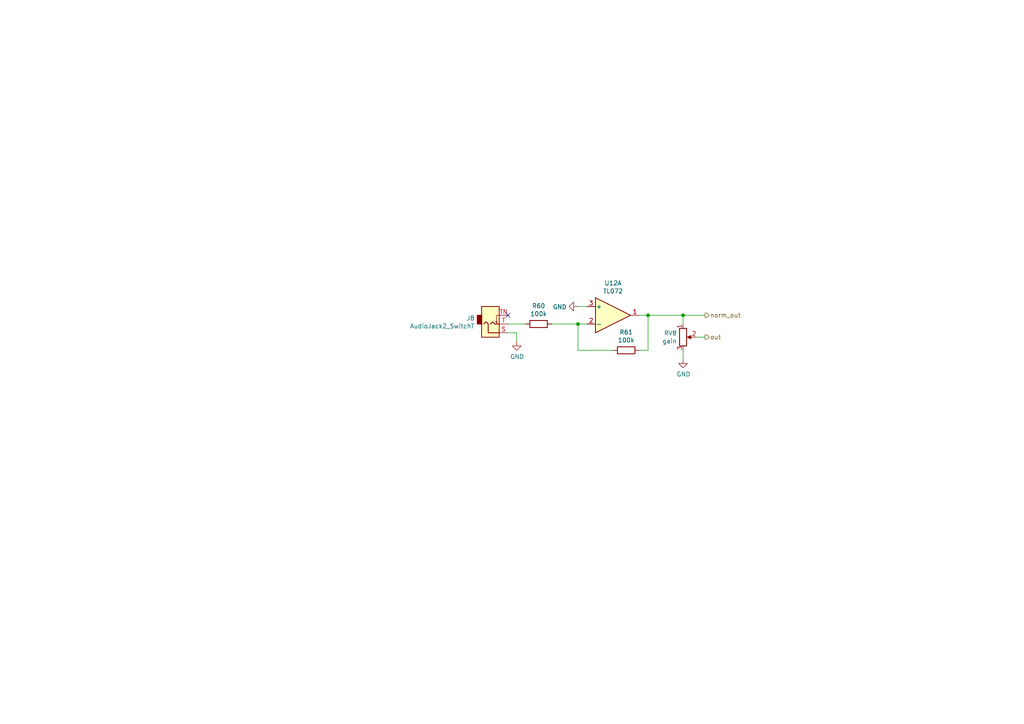
<source format=kicad_sch>
(kicad_sch (version 20231120) (generator "eeschema") (generator_version "8.0")
  (paper "A4")
  (lib_symbols
    (symbol "Amplifier_Operational:TL072" (pin_names (offset 0.127))
      (property "Reference" "U" (at 0 5.08 0))
      (property "Value" "TL072" (at 0 -5.08 0))
      (symbol "TL072_1_1"
        (polyline (pts (xy -5.08 5.08) (xy 5.08 0) (xy -5.08 -5.08) (xy -5.08 5.08)) (stroke (width 0.254)) (fill (type background)))
        (pin output line (at 7.62 0 180) (length 2.54) (name "~") (number "1"))
        (pin input line (at -7.62 -2.54 0) (length 2.54) (name "-") (number "2"))
        (pin input line (at -7.62 2.54 0) (length 2.54) (name "+") (number "3"))
      )
      (symbol "TL072_2_1"
        (polyline (pts (xy -5.08 5.08) (xy 5.08 0) (xy -5.08 -5.08) (xy -5.08 5.08)) (stroke (width 0.254)) (fill (type background)))
        (pin input line (at -7.62 2.54 0) (length 2.54) (name "+") (number "5"))
        (pin input line (at -7.62 -2.54 0) (length 2.54) (name "-") (number "6"))
        (pin output line (at 7.62 0 180) (length 2.54) (name "~") (number "7"))
      )
      (symbol "TL072_3_1"
        (pin power_in line (at -2.54 -7.62 90) (length 3.81) (name "V-") (number "4"))
        (pin power_in line (at -2.54 7.62 270) (length 3.81) (name "V+") (number "8"))
      )
    )
    (symbol "Connector:AudioJack2_SwitchT"
      (property "Reference" "J" (at 0 8.89 0))
      (property "Value" "AudioJack2_SwitchT" (at 0 6.35 0))
      (symbol "AudioJack2_SwitchT_0_1"
        (rectangle (start -2.54 0) (end -3.81 -2.54) (stroke (width 0.254)) (fill (type outline)))
        (polyline (pts (xy 1.778 -0.254) (xy 2.032 -0.762)))
        (polyline (pts (xy 0 0) (xy 0.635 -0.635) (xy 1.27 0) (xy 2.54 0)) (stroke (width 0.254)))
        (polyline (pts (xy 2.54 -2.54) (xy 1.778 -2.54) (xy 1.778 -0.254) (xy 1.524 -0.762)))
        (polyline (pts (xy 2.54 2.54) (xy -0.635 2.54) (xy -0.635 0) (xy -1.27 -0.635) (xy -1.905 0)) (stroke (width 0.254)))
        (rectangle (start 2.54 3.81) (end -2.54 -5.08) (stroke (width 0.254)) (fill (type background)))
      )
      (symbol "AudioJack2_SwitchT_1_1"
        (pin passive line (at 5.08 2.54 180) (length 2.54) (name "~") (number "S"))
        (pin passive line (at 5.08 0 180) (length 2.54) (name "~") (number "T"))
        (pin passive line (at 5.08 -2.54 180) (length 2.54) (name "~") (number "TN"))
      )
    )
    (symbol "Device:R" (pin_numbers hide) (pin_names (offset 0))
      (property "Reference" "R" (at 2.032 0 90))
      (property "Value" "R" (at 0 0 90))
      (symbol "R_0_1"
        (rectangle (start -1.016 -2.54) (end 1.016 2.54) (stroke (width 0.254)))
      )
      (symbol "R_1_1"
        (pin passive line (at 0 3.81 270) (length 1.27) (name "~") (number "1"))
        (pin passive line (at 0 -3.81 90) (length 1.27) (name "~") (number "2"))
      )
    )
    (symbol "power:GND" (power) (pin_names (offset 0))
      (property "Value" "GND" (at 0 -3.81 0))
      (symbol "GND_0_1"
        (polyline (pts (xy 0 0) (xy 0 -1.27) (xy 1.27 -1.27) (xy 0 -2.54) (xy -1.27 -1.27) (xy 0 -1.27)))
      )
      (symbol "GND_1_1"
        (pin power_in line (at 0 0 270) (length 0) hide (name "GND") (number "1"))
      )
    )
    (symbol "waveshaper_Marcin-rescue:R_POT-Device" (pin_names (offset 1.016) hide)
      (property "Reference" "RV" (at -4.445 0 90))
      (property "Value" "R_POT-Device" (at -2.54 0 90))
      (symbol "R_POT-Device_0_1"
        (polyline (pts (xy 2.54 0) (xy 1.524 0)))
        (polyline (pts (xy 1.143 0) (xy 2.286 0.508) (xy 2.286 -0.508) (xy 1.143 0)) (fill (type outline)))
        (rectangle (start 1.016 2.54) (end -1.016 -2.54) (stroke (width 0.254)))
      )
      (symbol "R_POT-Device_1_1"
        (pin passive line (at 0 3.81 270) (length 1.27) (name "1") (number "1"))
        (pin passive line (at 3.81 0 180) (length 1.27) (name "2") (number "2"))
        (pin passive line (at 0 -3.81 90) (length 1.27) (name "3") (number "3"))
      )
    )
  )
  (junction (at 187.96 91.44))
  (junction (at 198.12 91.44))
  (junction (at 167.64 93.98))
  (no_connect (at 147.32 91.44))
  (wire (pts (xy 167.64 88.9) (xy 170.18 88.9)))
  (wire (pts (xy 198.12 104.14) (xy 198.12 101.6)))
  (wire (pts (xy 167.64 101.6) (xy 167.64 93.98)))
  (wire (pts (xy 167.64 93.98) (xy 160.02 93.98)))
  (wire (pts (xy 187.96 101.6) (xy 185.42 101.6)))
  (wire (pts (xy 204.47 91.44) (xy 198.12 91.44)))
  (wire (pts (xy 147.32 96.52) (xy 149.86 96.52)))
  (wire (pts (xy 204.47 97.79) (xy 201.93 97.79)))
  (wire (pts (xy 198.12 91.44) (xy 198.12 93.98)))
  (wire (pts (xy 149.86 96.52) (xy 149.86 99.06)))
  (wire (pts (xy 187.96 91.44) (xy 187.96 101.6)))
  (wire (pts (xy 152.4 93.98) (xy 147.32 93.98)))
  (wire (pts (xy 185.42 91.44) (xy 187.96 91.44)))
  (wire (pts (xy 177.8 101.6) (xy 167.64 101.6)))
  (wire (pts (xy 187.96 91.44) (xy 198.12 91.44)))
  (wire (pts (xy 167.64 93.98) (xy 170.18 93.98)))
  (hierarchical_label "norm_out" (shape output) (at 204.47 91.44 0))
  (hierarchical_label "out" (shape output) (at 204.47 97.79 0))
  (symbol (lib_id "Connector:AudioJack2_SwitchT") (at 142.24 93.98 0) (mirror x) (unit 1)
    (property "Reference" "J8" (at 137.6934 92.2782 0) (effects (justify right)))
    (property "Value" "AudioJack2_SwitchT" (at 137.6934 94.5896 0) (effects (justify right)))
    (property "Footprint" "jacks:thonkiconn" (effects (hide yes)))
  )
  (symbol (lib_id "power:GND") (at 149.86 99.06 0) (unit 1)
    (property "Reference" "#PWR0166" (effects (hide yes)))
    (property "Value" "GND" (at 149.987 103.4542 0))
  )
  (symbol (lib_id "Amplifier_Operational:TL072") (at 177.8 91.44 0) (unit 1)
    (property "Reference" "U12" (at 177.8 82.1182 0))
    (property "Value" "TL072" (at 177.8 84.4296 0))
    (property "Footprint" "Package_SO:SOIC-8_3.9x4.9mm_P1.27mm" (effects (hide yes)))
    (property "Datasheet" "http://www.ti.com/lit/ds/symlink/tl071.pdf" (effects (hide yes)))
  )
  (symbol (lib_id "power:GND") (at 167.64 88.9 270) (unit 1)
    (property "Reference" "#PWR0167" (effects (hide yes)))
    (property "Value" "GND" (at 164.3888 89.027 90) (effects (justify right)))
  )
  (symbol (lib_id "Device:R") (at 156.21 93.98 270) (unit 1)
    (property "Reference" "R60" (at 156.21 88.7222 90))
    (property "Value" "100k" (at 156.21 91.0336 90))
    (property "Footprint" "Resistor_SMD:R_0603_1608Metric" (effects (hide yes)))
  )
  (symbol (lib_id "Device:R") (at 181.61 101.6 270) (unit 1)
    (property "Reference" "R61" (at 181.61 96.3422 90))
    (property "Value" "100k" (at 181.61 98.6536 90))
    (property "Footprint" "Resistor_SMD:R_0603_1608Metric" (effects (hide yes)))
  )
  (symbol (lib_id "waveshaper_Marcin-rescue:R_POT-Device") (at 198.12 97.79 0) (unit 1)
    (property "Reference" "RV8" (at 196.342 96.6216 0) (effects (justify right)))
    (property "Value" "gain" (at 196.342 98.933 0) (effects (justify right)))
    (property "Footprint" "learning:Potentiometer_Alps_RK09K_Single_Vertical" (effects (hide yes)))
  )
  (symbol (lib_id "power:GND") (at 198.12 104.14 0) (unit 1)
    (property "Reference" "#PWR0168" (effects (hide yes)))
    (property "Value" "GND" (at 198.247 108.5342 0))
  )
)
</source>
